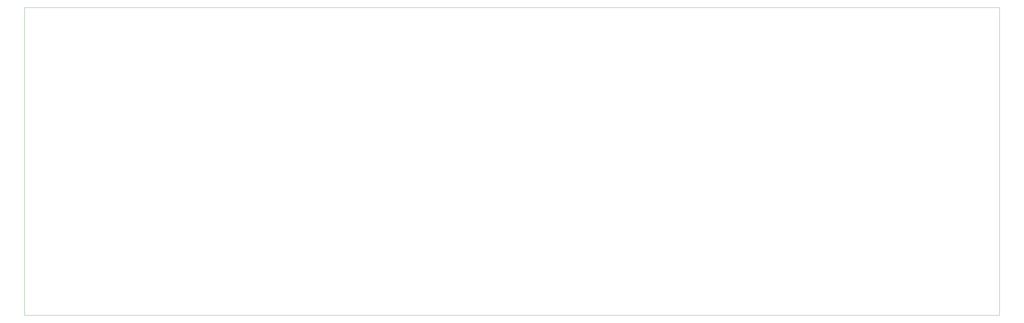
<source format=gbr>
G04 #@! TF.GenerationSoftware,KiCad,Pcbnew,(6.0.0)*
G04 #@! TF.CreationDate,2022-06-17T00:07:40-05:00*
G04 #@! TF.ProjectId,okeeb,6f6b6565-622e-46b6-9963-61645f706362,rev?*
G04 #@! TF.SameCoordinates,Original*
G04 #@! TF.FileFunction,Profile,NP*
%FSLAX46Y46*%
G04 Gerber Fmt 4.6, Leading zero omitted, Abs format (unit mm)*
G04 Created by KiCad (PCBNEW (6.0.0)) date 2022-06-17 00:07:40*
%MOMM*%
%LPD*%
G01*
G04 APERTURE LIST*
G04 #@! TA.AperFunction,Profile*
%ADD10C,0.050000*%
G04 #@! TD*
G04 APERTURE END LIST*
D10*
X43500000Y-27260000D02*
X349960000Y-27260000D01*
X349960000Y-27260000D02*
X349960000Y-124170000D01*
X349960000Y-124170000D02*
X43500000Y-124170000D01*
X43500000Y-124170000D02*
X43500000Y-27260000D01*
M02*

</source>
